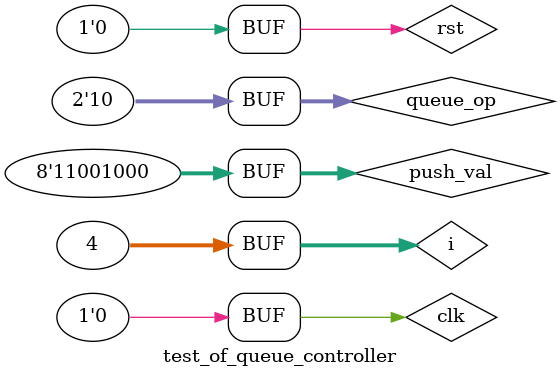
<source format=v>
module test_of_queue_controller;  // убраны пустые скобки

    reg [7:0] push_val = 0;
    wire [15:0] get_val;
    wire [2:0] pos;
    reg [1:0] queue_op = 0;  // изменено на reg для тестбенча
    reg clk = 0;
    reg rst = 0;

    queue test_q(.rst(rst),
                .clk(clk),
                .back(push_val),
                .pos_back(pos),
                .opcode(queue_op),
                .top_conc(get_val));

    queue_controller test_q_control(
        .rst(rst),
        .clk(clk),
        .opcode(queue_op),
        .pos_back(pos)
    );

    integer i;

    initial begin
        $dumpfile("dump_queue.vcd");
        $dumpvars(2, test_of_queue_controller);  // исправлено имя модуля
        push_val = 8'b1;
        
        clk = 0;
        rst = 0;
        queue_op = 0;  // инициализация добавлена

        for (i = 0; i < 4; i = i + 1) begin
            #1 
            clk = 1;
            #1
            clk = 0;
            push_val = push_val + 1;
           
            
        end

        #1
        queue_op = 2'b11;
        clk = 1;
        #1
        clk = 0;
        queue_op = 2'b10;
        push_val = 200;
        #1
        clk = 1;
        #1
        clk = 0;


    end

    /*always begin
        #1 clk = !clk;
        if (clk) begin
            if (pos < 4) begin
            pos = pos + 1;
            end 
            push_val = push_val + 1;  // исправлено на push_val
        end
        
    end  // убрана точка с запятой*/

endmodule
</source>
